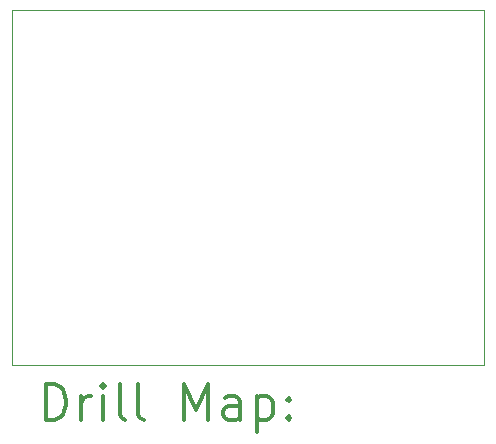
<source format=gbr>
%FSLAX45Y45*%
G04 Gerber Fmt 4.5, Leading zero omitted, Abs format (unit mm)*
G04 Created by KiCad (PCBNEW (5.1.5-0)) date 2022-03-29 15:48:20*
%MOMM*%
%LPD*%
G04 APERTURE LIST*
%TA.AperFunction,Profile*%
%ADD10C,0.038100*%
%TD*%
%ADD11C,0.200000*%
%ADD12C,0.300000*%
G04 APERTURE END LIST*
D10*
X-4500000Y-2500000D02*
X-4500000Y500000D01*
X-500000Y-2500000D02*
X-4500000Y-2500000D01*
X-500000Y500000D02*
X-500000Y-2500000D01*
X-4500000Y500000D02*
X-500000Y500000D01*
D11*
D12*
X-4215477Y-2967619D02*
X-4215477Y-2667619D01*
X-4144048Y-2667619D01*
X-4101191Y-2681905D01*
X-4072619Y-2710477D01*
X-4058334Y-2739048D01*
X-4044048Y-2796191D01*
X-4044048Y-2839048D01*
X-4058334Y-2896191D01*
X-4072619Y-2924762D01*
X-4101191Y-2953334D01*
X-4144048Y-2967619D01*
X-4215477Y-2967619D01*
X-3915476Y-2967619D02*
X-3915476Y-2767619D01*
X-3915476Y-2824762D02*
X-3901191Y-2796191D01*
X-3886905Y-2781905D01*
X-3858334Y-2767619D01*
X-3829762Y-2767619D01*
X-3729762Y-2967619D02*
X-3729762Y-2767619D01*
X-3729762Y-2667619D02*
X-3744048Y-2681905D01*
X-3729762Y-2696191D01*
X-3715476Y-2681905D01*
X-3729762Y-2667619D01*
X-3729762Y-2696191D01*
X-3544048Y-2967619D02*
X-3572619Y-2953334D01*
X-3586905Y-2924762D01*
X-3586905Y-2667619D01*
X-3386905Y-2967619D02*
X-3415476Y-2953334D01*
X-3429762Y-2924762D01*
X-3429762Y-2667619D01*
X-3044048Y-2967619D02*
X-3044048Y-2667619D01*
X-2944048Y-2881905D01*
X-2844048Y-2667619D01*
X-2844048Y-2967619D01*
X-2572619Y-2967619D02*
X-2572619Y-2810476D01*
X-2586905Y-2781905D01*
X-2615477Y-2767619D01*
X-2672619Y-2767619D01*
X-2701191Y-2781905D01*
X-2572619Y-2953334D02*
X-2601191Y-2967619D01*
X-2672619Y-2967619D01*
X-2701191Y-2953334D01*
X-2715477Y-2924762D01*
X-2715477Y-2896191D01*
X-2701191Y-2867619D01*
X-2672619Y-2853334D01*
X-2601191Y-2853334D01*
X-2572619Y-2839048D01*
X-2429762Y-2767619D02*
X-2429762Y-3067619D01*
X-2429762Y-2781905D02*
X-2401191Y-2767619D01*
X-2344048Y-2767619D01*
X-2315477Y-2781905D01*
X-2301191Y-2796191D01*
X-2286905Y-2824762D01*
X-2286905Y-2910476D01*
X-2301191Y-2939048D01*
X-2315477Y-2953334D01*
X-2344048Y-2967619D01*
X-2401191Y-2967619D01*
X-2429762Y-2953334D01*
X-2158334Y-2939048D02*
X-2144048Y-2953334D01*
X-2158334Y-2967619D01*
X-2172619Y-2953334D01*
X-2158334Y-2939048D01*
X-2158334Y-2967619D01*
X-2158334Y-2781905D02*
X-2144048Y-2796191D01*
X-2158334Y-2810476D01*
X-2172619Y-2796191D01*
X-2158334Y-2781905D01*
X-2158334Y-2810476D01*
M02*

</source>
